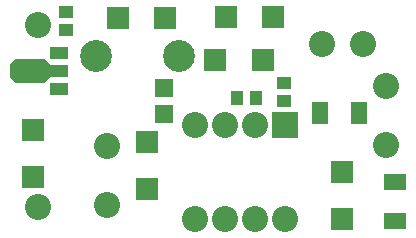
<source format=gts>
G04 Layer_Color=8388736*
%FSLAX25Y25*%
%MOIN*%
G70*
G01*
G75*
%ADD29R,0.04737X0.03950*%
%ADD30R,0.03950X0.04737*%
%ADD31R,0.06115X0.05918*%
%ADD32R,0.07493X0.07296*%
%ADD33R,0.07296X0.07493*%
%ADD34R,0.07690X0.05524*%
%ADD35R,0.05524X0.07690*%
G04:AMPARAMS|DCode=36|XSize=78.87mil|YSize=133.98mil|CornerRadius=0mil|HoleSize=0mil|Usage=FLASHONLY|Rotation=270.000|XOffset=0mil|YOffset=0mil|HoleType=Round|Shape=Octagon|*
%AMOCTAGOND36*
4,1,8,0.06699,0.01972,0.06699,-0.01972,0.04728,-0.03943,-0.04728,-0.03943,-0.06699,-0.01972,-0.06699,0.01972,-0.04728,0.03943,0.04728,0.03943,0.06699,0.01972,0.0*
%
%ADD36OCTAGOND36*%

%ADD37R,0.05918X0.04343*%
%ADD38R,0.06706X0.04343*%
%ADD39C,0.08674*%
%ADD40C,0.10642*%
%ADD41R,0.08674X0.08674*%
D29*
X202500Y186469D02*
D03*
Y192532D02*
D03*
X275000Y169032D02*
D03*
Y162969D02*
D03*
D30*
X259469Y164000D02*
D03*
X265531D02*
D03*
D31*
X235000Y158669D02*
D03*
Y167331D02*
D03*
D32*
X229500Y133626D02*
D03*
Y149374D02*
D03*
X191500Y137626D02*
D03*
Y153374D02*
D03*
X294500Y123626D02*
D03*
Y139374D02*
D03*
D33*
X252126Y176500D02*
D03*
X267874D02*
D03*
X219626Y190500D02*
D03*
X235374D02*
D03*
X271374Y191000D02*
D03*
X255626D02*
D03*
D34*
X312000Y123004D02*
D03*
Y135996D02*
D03*
D35*
X299996Y159000D02*
D03*
X287004D02*
D03*
D36*
X190350Y173000D02*
D03*
D37*
X199996Y178905D02*
D03*
Y167095D02*
D03*
D38*
X199602Y173000D02*
D03*
D39*
X216000Y147843D02*
D03*
Y128157D02*
D03*
X287610Y182000D02*
D03*
X301390D02*
D03*
X308874Y167842D02*
D03*
Y148158D02*
D03*
X193126Y127685D02*
D03*
Y188315D02*
D03*
X245500Y123504D02*
D03*
X255500D02*
D03*
X265500D02*
D03*
X275500D02*
D03*
X245500Y155000D02*
D03*
X255500D02*
D03*
X265500D02*
D03*
D40*
X212441Y178000D02*
D03*
X240000D02*
D03*
D41*
X275500Y155000D02*
D03*
M02*

</source>
